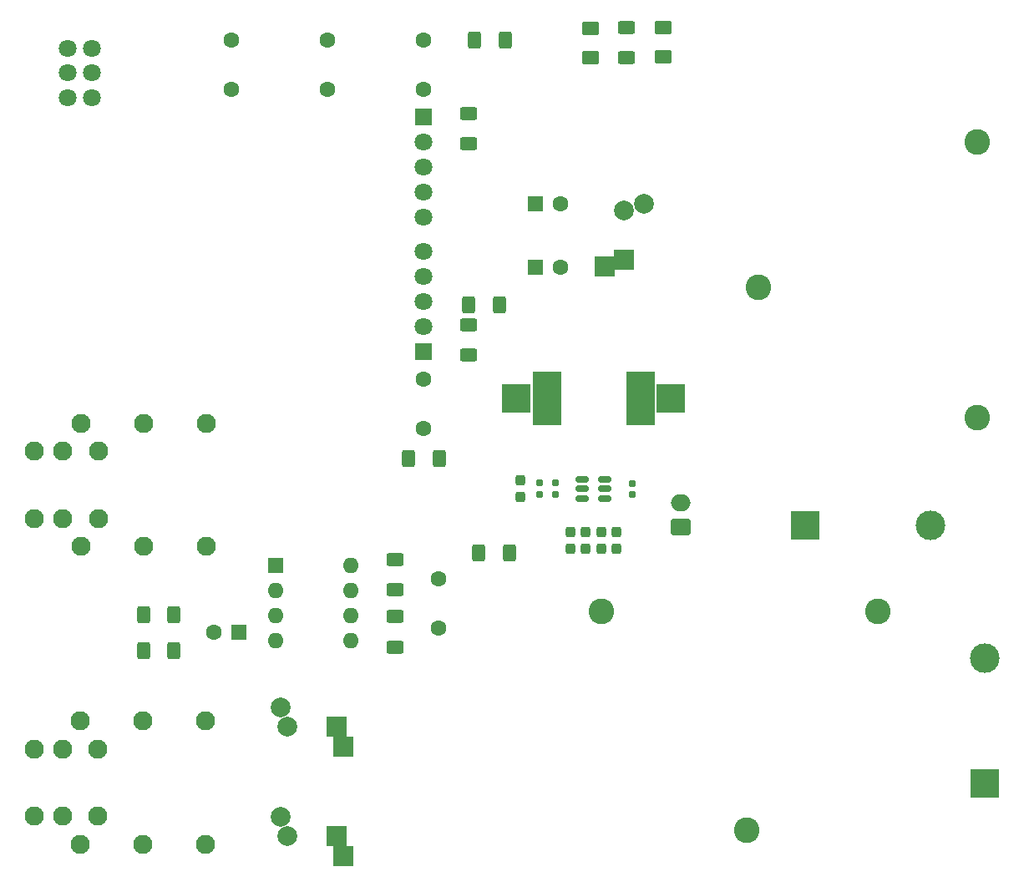
<source format=gbr>
%TF.GenerationSoftware,KiCad,Pcbnew,(6.0.0)*%
%TF.CreationDate,2022-02-22T13:24:48+00:00*%
%TF.ProjectId,Tube Headphone project V3,54756265-2048-4656-9164-70686f6e6520,rev?*%
%TF.SameCoordinates,Original*%
%TF.FileFunction,Soldermask,Top*%
%TF.FilePolarity,Negative*%
%FSLAX46Y46*%
G04 Gerber Fmt 4.6, Leading zero omitted, Abs format (unit mm)*
G04 Created by KiCad (PCBNEW (6.0.0)) date 2022-02-22 13:24:48*
%MOMM*%
%LPD*%
G01*
G04 APERTURE LIST*
G04 Aperture macros list*
%AMRoundRect*
0 Rectangle with rounded corners*
0 $1 Rounding radius*
0 $2 $3 $4 $5 $6 $7 $8 $9 X,Y pos of 4 corners*
0 Add a 4 corners polygon primitive as box body*
4,1,4,$2,$3,$4,$5,$6,$7,$8,$9,$2,$3,0*
0 Add four circle primitives for the rounded corners*
1,1,$1+$1,$2,$3*
1,1,$1+$1,$4,$5*
1,1,$1+$1,$6,$7*
1,1,$1+$1,$8,$9*
0 Add four rect primitives between the rounded corners*
20,1,$1+$1,$2,$3,$4,$5,0*
20,1,$1+$1,$4,$5,$6,$7,0*
20,1,$1+$1,$6,$7,$8,$9,0*
20,1,$1+$1,$8,$9,$2,$3,0*%
G04 Aperture macros list end*
%ADD10C,2.600000*%
%ADD11R,3.000000X3.000000*%
%ADD12C,3.000000*%
%ADD13RoundRect,0.250000X0.625000X-0.400000X0.625000X0.400000X-0.625000X0.400000X-0.625000X-0.400000X0*%
%ADD14C,1.950000*%
%ADD15RoundRect,0.237500X0.237500X-0.300000X0.237500X0.300000X-0.237500X0.300000X-0.237500X-0.300000X0*%
%ADD16RoundRect,0.250000X0.400000X0.625000X-0.400000X0.625000X-0.400000X-0.625000X0.400000X-0.625000X0*%
%ADD17R,1.600000X1.600000*%
%ADD18C,1.600000*%
%ADD19O,1.600000X1.600000*%
%ADD20R,1.800000X1.800000*%
%ADD21C,1.800000*%
%ADD22R,2.000000X2.000000*%
%ADD23C,2.000000*%
%ADD24R,3.000000X5.500000*%
%ADD25RoundRect,0.250000X-0.625000X0.400000X-0.625000X-0.400000X0.625000X-0.400000X0.625000X0.400000X0*%
%ADD26RoundRect,0.250001X-0.624999X0.462499X-0.624999X-0.462499X0.624999X-0.462499X0.624999X0.462499X0*%
%ADD27RoundRect,0.250001X0.624999X-0.462499X0.624999X0.462499X-0.624999X0.462499X-0.624999X-0.462499X0*%
%ADD28RoundRect,0.250000X-0.400000X-0.625000X0.400000X-0.625000X0.400000X0.625000X-0.400000X0.625000X0*%
%ADD29RoundRect,0.155000X-0.155000X0.212500X-0.155000X-0.212500X0.155000X-0.212500X0.155000X0.212500X0*%
%ADD30R,3.000000X2.900000*%
%ADD31RoundRect,0.150000X0.512500X0.150000X-0.512500X0.150000X-0.512500X-0.150000X0.512500X-0.150000X0*%
%ADD32RoundRect,0.160000X-0.160000X0.197500X-0.160000X-0.197500X0.160000X-0.197500X0.160000X0.197500X0*%
%ADD33RoundRect,0.160000X0.160000X-0.197500X0.160000X0.197500X-0.160000X0.197500X-0.160000X-0.197500X0*%
%ADD34RoundRect,0.250000X0.750000X-0.600000X0.750000X0.600000X-0.750000X0.600000X-0.750000X-0.600000X0*%
%ADD35O,2.000000X1.700000*%
G04 APERTURE END LIST*
D10*
%TO.C,BT1*%
X245810000Y-107150000D03*
X217810000Y-107150000D03*
X232560000Y-129350000D03*
D11*
X256710000Y-124600000D03*
D12*
X256710000Y-111900000D03*
%TD*%
D13*
%TO.C,R3*%
X204390000Y-81190000D03*
X204390000Y-78090000D03*
%TD*%
D14*
%TO.C,J1*%
X171390000Y-100552670D03*
X171390000Y-88052670D03*
X163240000Y-97702670D03*
X163240000Y-90902670D03*
X165040000Y-88052670D03*
X160340000Y-90902670D03*
X165040000Y-100552670D03*
X160340000Y-97702670D03*
X166840000Y-90902670D03*
X166840000Y-97702670D03*
X177740000Y-100552670D03*
X177740000Y-88052670D03*
%TD*%
D15*
%TO.C,C15*%
X217800000Y-100822500D03*
X217800000Y-99097500D03*
%TD*%
D16*
%TO.C,R11*%
X208510000Y-101230332D03*
X205410000Y-101230332D03*
%TD*%
D17*
%TO.C,C13*%
X211161167Y-65810000D03*
D18*
X213661167Y-65810000D03*
%TD*%
D15*
%TO.C,C1*%
X209583119Y-95582500D03*
X209583119Y-93857500D03*
%TD*%
D17*
%TO.C,U3*%
X184805000Y-102505000D03*
D19*
X184805000Y-105045000D03*
X184805000Y-107585000D03*
X184805000Y-110125000D03*
X192425000Y-110125000D03*
X192425000Y-107585000D03*
X192425000Y-105045000D03*
X192425000Y-102505000D03*
%TD*%
D20*
%TO.C,U2*%
X199775112Y-80850000D03*
D21*
X199775112Y-78310000D03*
X199775112Y-75770000D03*
X199775112Y-73230000D03*
X199775112Y-70690000D03*
%TD*%
D17*
%TO.C,C5*%
X211161167Y-72240000D03*
D18*
X213661167Y-72240000D03*
%TD*%
D21*
%TO.C,RV1*%
X163700000Y-50070000D03*
X163700000Y-52570000D03*
X163700000Y-55070000D03*
X166200000Y-50070000D03*
X166200000Y-52570000D03*
X166200000Y-55070000D03*
%TD*%
D22*
%TO.C,C10*%
X220137362Y-71530591D03*
X218137362Y-72202735D03*
D23*
X222137362Y-65858447D03*
X220137362Y-66530591D03*
%TD*%
D13*
%TO.C,R10*%
X196932449Y-110755000D03*
X196932449Y-107655000D03*
%TD*%
D15*
%TO.C,C14*%
X219360198Y-100822500D03*
X219360198Y-99097500D03*
%TD*%
D22*
%TO.C,C12*%
X191627689Y-131938024D03*
X190955545Y-129938024D03*
D23*
X185283401Y-127938024D03*
X185955545Y-129938024D03*
%TD*%
D22*
%TO.C,C11*%
X190955545Y-118841976D03*
X191627689Y-120841976D03*
D23*
X185955545Y-118841976D03*
X185283401Y-116841976D03*
%TD*%
D24*
%TO.C,REF\u002A\u002A*%
X212280000Y-85540000D03*
X221780000Y-85540000D03*
%TD*%
D25*
%TO.C,R2*%
X204390000Y-56660000D03*
X204390000Y-59760000D03*
%TD*%
D17*
%TO.C,C9*%
X181075113Y-109296335D03*
D18*
X178575113Y-109296335D03*
%TD*%
D26*
%TO.C,D2*%
X216690000Y-48015000D03*
X216690000Y-50990000D03*
%TD*%
D27*
%TO.C,D1*%
X224090000Y-50945000D03*
X224090000Y-47970000D03*
%TD*%
D16*
%TO.C,R5*%
X201390000Y-91650000D03*
X198290000Y-91650000D03*
%TD*%
%TO.C,R9*%
X174510000Y-107476335D03*
X171410000Y-107476335D03*
%TD*%
D28*
%TO.C,R6*%
X204955112Y-49260000D03*
X208055112Y-49260000D03*
%TD*%
D29*
%TO.C,C2*%
X220964485Y-94158629D03*
X220964485Y-95293629D03*
%TD*%
D13*
%TO.C,R1*%
X220390000Y-51030000D03*
X220390000Y-47930000D03*
%TD*%
D30*
%TO.C,L1*%
X209180000Y-85540000D03*
X224880000Y-85540000D03*
%TD*%
D18*
%TO.C,C17*%
X201320000Y-108805000D03*
X201320000Y-103805000D03*
%TD*%
D31*
%TO.C,U4*%
X218167500Y-95686129D03*
X218167500Y-94736129D03*
X218167500Y-93786129D03*
X215892500Y-93786129D03*
X215892500Y-94736129D03*
X215892500Y-95686129D03*
%TD*%
D32*
%TO.C,R13*%
X213152150Y-94128629D03*
X213152150Y-95323629D03*
%TD*%
D20*
%TO.C,U1*%
X199775112Y-57017741D03*
D21*
X199775112Y-59557741D03*
X199775112Y-62097741D03*
X199775112Y-64637741D03*
X199775112Y-67177741D03*
%TD*%
D33*
%TO.C,R12*%
X211582150Y-95323629D03*
X211582150Y-94128629D03*
%TD*%
D34*
%TO.C,Power SW*%
X225880000Y-98620000D03*
D35*
X225880000Y-96120000D03*
%TD*%
D16*
%TO.C,R4*%
X207500000Y-76030000D03*
X204400000Y-76030000D03*
%TD*%
D15*
%TO.C,C16*%
X216239803Y-100822500D03*
X216239803Y-99097500D03*
%TD*%
D18*
%TO.C,C8*%
X199775112Y-49259315D03*
X199775112Y-54259315D03*
%TD*%
%TO.C,C7*%
X199775112Y-88630454D03*
X199775112Y-83630454D03*
%TD*%
D25*
%TO.C,R7*%
X196932449Y-101855000D03*
X196932449Y-104955000D03*
%TD*%
D15*
%TO.C,C4*%
X214679606Y-100822500D03*
X214679606Y-99097500D03*
%TD*%
D14*
%TO.C,J2*%
X163210000Y-127890000D03*
X163210000Y-121090000D03*
X171360000Y-130740000D03*
X171360000Y-118240000D03*
X165010000Y-130740000D03*
X160310000Y-127890000D03*
X160310000Y-121090000D03*
X165010000Y-118240000D03*
X166810000Y-121090000D03*
X177710000Y-118240000D03*
X166810000Y-127890000D03*
X177710000Y-130740000D03*
%TD*%
D18*
%TO.C,C6*%
X180300000Y-49259315D03*
X180300000Y-54259315D03*
%TD*%
D10*
%TO.C,BT2*%
X255953552Y-59517629D03*
X233753552Y-74267629D03*
X255953552Y-87517629D03*
D11*
X238503552Y-98417629D03*
D12*
X251203552Y-98417629D03*
%TD*%
D16*
%TO.C,R8*%
X174510000Y-111116335D03*
X171410000Y-111116335D03*
%TD*%
D18*
%TO.C,C3*%
X190010000Y-49259315D03*
X190010000Y-54259315D03*
%TD*%
M02*

</source>
